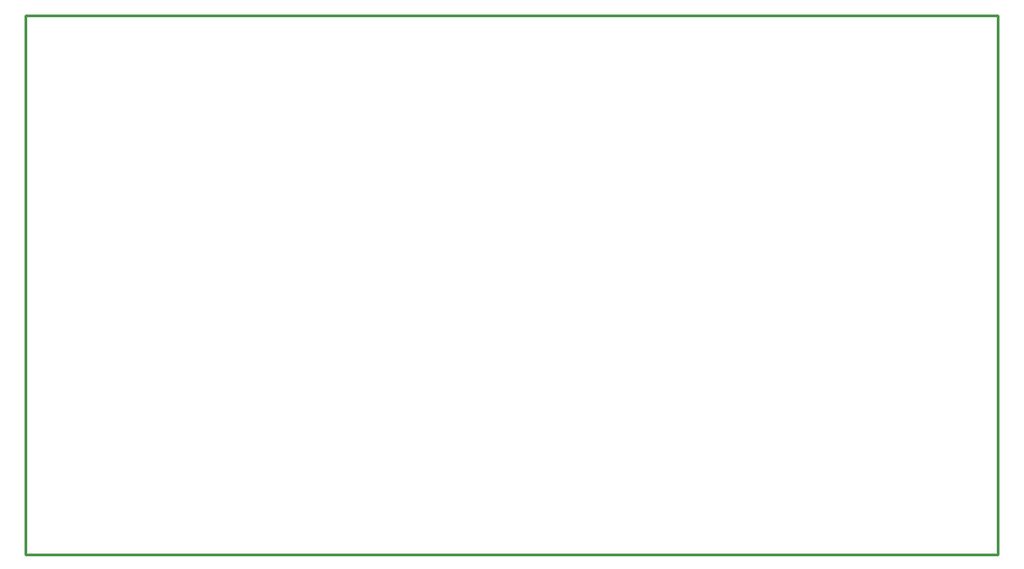
<source format=gko>
G04 ---------------------------- Layer name :KeepOutLayer*
G04 EasyEDA v5.8.22, Fri, 11 Jan 2019 07:15:20 GMT*
G04 170914981c5c4845b78ce8edf15725af*
G04 Gerber Generator version 0.2*
G04 Scale: 100 percent, Rotated: No, Reflected: No *
G04 Dimensions in millimeters *
G04 leading zeros omitted , absolute positions ,3 integer and 3 decimal *
%FSLAX33Y33*%
%MOMM*%
G90*
G71D02*

%ADD10C,0.254000*%
G54D10*
G01X0Y50292D02*
G01X90678Y50292D01*
G01X90678Y0D01*
G01X0Y0D01*
G01X0Y50292D01*

%LPD*%
M00*
M02*

</source>
